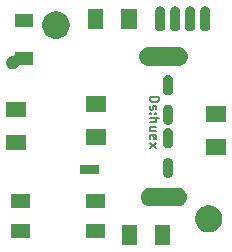
<source format=gbr>
G04 #@! TF.GenerationSoftware,KiCad,Pcbnew,(5.0.2)-1*
G04 #@! TF.CreationDate,2019-08-16T13:34:43+08:00*
G04 #@! TF.ProjectId,IRMQTT,49524d51-5454-42e6-9b69-6361645f7063,rev?*
G04 #@! TF.SameCoordinates,Original*
G04 #@! TF.FileFunction,Soldermask,Top*
G04 #@! TF.FilePolarity,Negative*
%FSLAX46Y46*%
G04 Gerber Fmt 4.6, Leading zero omitted, Abs format (unit mm)*
G04 Created by KiCad (PCBNEW (5.0.2)-1) date 2019-08-16 13:34:43*
%MOMM*%
%LPD*%
G01*
G04 APERTURE LIST*
%ADD10C,0.150000*%
%ADD11C,0.100000*%
G04 APERTURE END LIST*
D10*
X75391055Y-53961294D02*
X76191055Y-53961294D01*
X76191055Y-54151770D01*
X76152960Y-54266056D01*
X76076769Y-54342246D01*
X76000579Y-54380341D01*
X75848198Y-54418437D01*
X75733912Y-54418437D01*
X75581531Y-54380341D01*
X75505340Y-54342246D01*
X75429150Y-54266056D01*
X75391055Y-54151770D01*
X75391055Y-53961294D01*
X75429150Y-54723199D02*
X75391055Y-54799389D01*
X75391055Y-54951770D01*
X75429150Y-55027960D01*
X75505340Y-55066056D01*
X75543436Y-55066056D01*
X75619626Y-55027960D01*
X75657721Y-54951770D01*
X75657721Y-54837484D01*
X75695817Y-54761294D01*
X75772007Y-54723199D01*
X75810102Y-54723199D01*
X75886293Y-54761294D01*
X75924388Y-54837484D01*
X75924388Y-54951770D01*
X75886293Y-55027960D01*
X75467245Y-55408913D02*
X75429150Y-55447008D01*
X75391055Y-55408913D01*
X75429150Y-55370818D01*
X75467245Y-55408913D01*
X75391055Y-55408913D01*
X75886293Y-55408913D02*
X75848198Y-55447008D01*
X75810102Y-55408913D01*
X75848198Y-55370818D01*
X75886293Y-55408913D01*
X75810102Y-55408913D01*
X75391055Y-55789865D02*
X76191055Y-55789865D01*
X75391055Y-56132722D02*
X75810102Y-56132722D01*
X75886293Y-56094627D01*
X75924388Y-56018437D01*
X75924388Y-55904151D01*
X75886293Y-55827960D01*
X75848198Y-55789865D01*
X75924388Y-56856532D02*
X75391055Y-56856532D01*
X75924388Y-56513675D02*
X75505340Y-56513675D01*
X75429150Y-56551770D01*
X75391055Y-56627960D01*
X75391055Y-56742246D01*
X75429150Y-56818437D01*
X75467245Y-56856532D01*
X75429150Y-57542246D02*
X75391055Y-57466056D01*
X75391055Y-57313675D01*
X75429150Y-57237484D01*
X75505340Y-57199389D01*
X75810102Y-57199389D01*
X75886293Y-57237484D01*
X75924388Y-57313675D01*
X75924388Y-57466056D01*
X75886293Y-57542246D01*
X75810102Y-57580341D01*
X75733912Y-57580341D01*
X75657721Y-57199389D01*
X75391055Y-57847008D02*
X75924388Y-58266056D01*
X75924388Y-57847008D02*
X75391055Y-58266056D01*
D11*
G36*
X77136400Y-66550640D02*
X75834400Y-66550640D01*
X75834400Y-64848640D01*
X77136400Y-64848640D01*
X77136400Y-66550640D01*
X77136400Y-66550640D01*
G37*
G36*
X74336400Y-66550640D02*
X73034400Y-66550640D01*
X73034400Y-64848640D01*
X74336400Y-64848640D01*
X74336400Y-66550640D01*
X74336400Y-66550640D01*
G37*
G36*
X71571280Y-65957740D02*
X69969280Y-65957740D01*
X69969280Y-64755740D01*
X71571280Y-64755740D01*
X71571280Y-65957740D01*
X71571280Y-65957740D01*
G37*
G36*
X65271280Y-65957740D02*
X63669280Y-65957740D01*
X63669280Y-64755740D01*
X65271280Y-64755740D01*
X65271280Y-65957740D01*
X65271280Y-65957740D01*
G37*
G36*
X80703874Y-63188252D02*
X80913342Y-63275016D01*
X81101863Y-63400982D01*
X81262178Y-63561297D01*
X81388144Y-63749818D01*
X81474908Y-63959286D01*
X81519140Y-64181655D01*
X81519140Y-64408385D01*
X81474908Y-64630754D01*
X81388144Y-64840222D01*
X81262178Y-65028743D01*
X81101863Y-65189058D01*
X80913342Y-65315024D01*
X80703874Y-65401788D01*
X80481505Y-65446020D01*
X80254775Y-65446020D01*
X80032406Y-65401788D01*
X79822938Y-65315024D01*
X79634417Y-65189058D01*
X79474102Y-65028743D01*
X79348136Y-64840222D01*
X79261372Y-64630754D01*
X79217140Y-64408385D01*
X79217140Y-64181655D01*
X79261372Y-63959286D01*
X79348136Y-63749818D01*
X79474102Y-63561297D01*
X79634417Y-63400982D01*
X79822938Y-63275016D01*
X80032406Y-63188252D01*
X80254775Y-63144020D01*
X80481505Y-63144020D01*
X80703874Y-63188252D01*
X80703874Y-63188252D01*
G37*
G36*
X65271280Y-63417740D02*
X63669280Y-63417740D01*
X63669280Y-62215740D01*
X65271280Y-62215740D01*
X65271280Y-63417740D01*
X65271280Y-63417740D01*
G37*
G36*
X71571280Y-63417740D02*
X69969280Y-63417740D01*
X69969280Y-62215740D01*
X71571280Y-62215740D01*
X71571280Y-63417740D01*
X71571280Y-63417740D01*
G37*
G36*
X77892565Y-61663350D02*
X78043552Y-61709152D01*
X78182705Y-61783530D01*
X78304673Y-61883627D01*
X78404770Y-62005595D01*
X78479148Y-62144748D01*
X78524950Y-62295735D01*
X78540415Y-62452760D01*
X78524950Y-62609785D01*
X78479148Y-62760772D01*
X78404770Y-62899925D01*
X78304673Y-63021893D01*
X78182705Y-63121990D01*
X78043552Y-63196368D01*
X77892565Y-63242170D01*
X77774886Y-63253760D01*
X75396194Y-63253760D01*
X75278515Y-63242170D01*
X75127528Y-63196368D01*
X74988375Y-63121990D01*
X74866407Y-63021893D01*
X74766310Y-62899925D01*
X74691932Y-62760772D01*
X74646130Y-62609785D01*
X74630665Y-62452760D01*
X74646130Y-62295735D01*
X74691932Y-62144748D01*
X74766310Y-62005595D01*
X74866407Y-61883627D01*
X74988375Y-61783530D01*
X75127528Y-61709152D01*
X75278515Y-61663350D01*
X75396194Y-61651760D01*
X77774886Y-61651760D01*
X77892565Y-61663350D01*
X77892565Y-61663350D01*
G37*
G36*
X77017393Y-59129125D02*
X77092436Y-59151890D01*
X77102405Y-59154914D01*
X77180754Y-59196793D01*
X77249428Y-59253152D01*
X77305787Y-59321826D01*
X77347666Y-59400175D01*
X77347667Y-59400179D01*
X77373455Y-59485187D01*
X77379980Y-59551442D01*
X77379980Y-60395758D01*
X77373455Y-60462013D01*
X77350690Y-60537056D01*
X77347666Y-60547025D01*
X77305787Y-60625374D01*
X77249430Y-60694046D01*
X77249426Y-60694050D01*
X77180757Y-60750405D01*
X77180753Y-60750407D01*
X77102404Y-60792286D01*
X77092435Y-60795310D01*
X77017392Y-60818075D01*
X76928980Y-60826782D01*
X76840567Y-60818075D01*
X76765524Y-60795310D01*
X76755555Y-60792286D01*
X76677206Y-60750407D01*
X76608532Y-60694048D01*
X76608530Y-60694046D01*
X76552175Y-60625377D01*
X76547644Y-60616899D01*
X76510294Y-60547024D01*
X76507270Y-60537055D01*
X76484505Y-60462012D01*
X76477980Y-60395757D01*
X76477980Y-59551442D01*
X76484505Y-59485189D01*
X76510294Y-59400178D01*
X76510295Y-59400175D01*
X76552174Y-59321826D01*
X76608533Y-59253152D01*
X76677207Y-59196793D01*
X76755556Y-59154914D01*
X76765525Y-59151890D01*
X76840568Y-59129125D01*
X76928980Y-59120418D01*
X77017393Y-59129125D01*
X77017393Y-59129125D01*
G37*
G36*
X71047640Y-60480020D02*
X69495640Y-60480020D01*
X69495640Y-59728020D01*
X71047640Y-59728020D01*
X71047640Y-60480020D01*
X71047640Y-60480020D01*
G37*
G36*
X81854140Y-58881420D02*
X80152140Y-58881420D01*
X80152140Y-57579420D01*
X81854140Y-57579420D01*
X81854140Y-58881420D01*
X81854140Y-58881420D01*
G37*
G36*
X64927580Y-58471560D02*
X63225580Y-58471560D01*
X63225580Y-57169560D01*
X64927580Y-57169560D01*
X64927580Y-58471560D01*
X64927580Y-58471560D01*
G37*
G36*
X77017393Y-56629125D02*
X77092436Y-56651890D01*
X77102405Y-56654914D01*
X77180754Y-56696793D01*
X77249428Y-56753152D01*
X77305787Y-56821826D01*
X77347666Y-56900175D01*
X77347667Y-56900179D01*
X77373455Y-56985187D01*
X77379980Y-57051442D01*
X77379980Y-57895758D01*
X77373455Y-57962013D01*
X77351411Y-58034680D01*
X77347666Y-58047025D01*
X77305787Y-58125374D01*
X77249430Y-58194046D01*
X77249426Y-58194050D01*
X77180757Y-58250405D01*
X77180753Y-58250407D01*
X77102404Y-58292286D01*
X77092435Y-58295310D01*
X77017392Y-58318075D01*
X76928980Y-58326782D01*
X76840567Y-58318075D01*
X76765524Y-58295310D01*
X76755555Y-58292286D01*
X76677206Y-58250407D01*
X76608532Y-58194048D01*
X76608530Y-58194046D01*
X76552175Y-58125377D01*
X76547644Y-58116899D01*
X76510294Y-58047024D01*
X76506550Y-58034680D01*
X76484505Y-57962012D01*
X76477980Y-57895757D01*
X76477980Y-57051442D01*
X76484505Y-56985189D01*
X76510294Y-56900178D01*
X76510295Y-56900175D01*
X76552174Y-56821826D01*
X76608533Y-56753152D01*
X76677207Y-56696793D01*
X76755556Y-56654914D01*
X76765525Y-56651890D01*
X76840568Y-56629125D01*
X76928980Y-56620418D01*
X77017393Y-56629125D01*
X77017393Y-56629125D01*
G37*
G36*
X71683980Y-58034680D02*
X69981980Y-58034680D01*
X69981980Y-56732680D01*
X71683980Y-56732680D01*
X71683980Y-58034680D01*
X71683980Y-58034680D01*
G37*
G36*
X77017393Y-54629125D02*
X77092436Y-54651890D01*
X77102405Y-54654914D01*
X77180754Y-54696793D01*
X77249428Y-54753152D01*
X77305787Y-54821826D01*
X77347666Y-54900175D01*
X77347667Y-54900179D01*
X77373455Y-54985187D01*
X77379980Y-55051442D01*
X77379980Y-55895758D01*
X77373455Y-55962013D01*
X77350690Y-56037056D01*
X77347666Y-56047025D01*
X77305787Y-56125374D01*
X77249430Y-56194046D01*
X77249426Y-56194050D01*
X77180757Y-56250405D01*
X77180753Y-56250407D01*
X77102404Y-56292286D01*
X77092435Y-56295310D01*
X77017392Y-56318075D01*
X76928980Y-56326782D01*
X76840567Y-56318075D01*
X76765524Y-56295310D01*
X76755555Y-56292286D01*
X76677206Y-56250407D01*
X76608532Y-56194048D01*
X76608530Y-56194046D01*
X76552175Y-56125377D01*
X76547644Y-56116899D01*
X76510294Y-56047024D01*
X76507270Y-56037055D01*
X76484505Y-55962012D01*
X76477980Y-55895757D01*
X76477980Y-55051442D01*
X76484505Y-54985189D01*
X76510294Y-54900178D01*
X76510295Y-54900175D01*
X76552174Y-54821826D01*
X76608533Y-54753152D01*
X76677207Y-54696793D01*
X76755556Y-54654914D01*
X76765525Y-54651890D01*
X76840568Y-54629125D01*
X76928980Y-54620418D01*
X77017393Y-54629125D01*
X77017393Y-54629125D01*
G37*
G36*
X81854140Y-56081420D02*
X80152140Y-56081420D01*
X80152140Y-54779420D01*
X81854140Y-54779420D01*
X81854140Y-56081420D01*
X81854140Y-56081420D01*
G37*
G36*
X64927580Y-55671560D02*
X63225580Y-55671560D01*
X63225580Y-54369560D01*
X64927580Y-54369560D01*
X64927580Y-55671560D01*
X64927580Y-55671560D01*
G37*
G36*
X71683980Y-55234680D02*
X69981980Y-55234680D01*
X69981980Y-53932680D01*
X71683980Y-53932680D01*
X71683980Y-55234680D01*
X71683980Y-55234680D01*
G37*
G36*
X77017393Y-52129125D02*
X77092436Y-52151890D01*
X77102405Y-52154914D01*
X77180754Y-52196793D01*
X77249428Y-52253152D01*
X77305787Y-52321826D01*
X77347666Y-52400175D01*
X77347667Y-52400179D01*
X77373455Y-52485187D01*
X77379980Y-52551442D01*
X77379980Y-53395758D01*
X77373455Y-53462013D01*
X77350690Y-53537056D01*
X77347666Y-53547025D01*
X77305787Y-53625374D01*
X77249430Y-53694046D01*
X77249426Y-53694050D01*
X77180757Y-53750405D01*
X77180753Y-53750407D01*
X77102404Y-53792286D01*
X77092435Y-53795310D01*
X77017392Y-53818075D01*
X76928980Y-53826782D01*
X76840567Y-53818075D01*
X76765524Y-53795310D01*
X76755555Y-53792286D01*
X76677206Y-53750407D01*
X76608532Y-53694048D01*
X76608530Y-53694046D01*
X76552175Y-53625377D01*
X76547644Y-53616899D01*
X76510294Y-53547024D01*
X76507270Y-53537055D01*
X76484505Y-53462012D01*
X76477980Y-53395757D01*
X76477980Y-52551442D01*
X76484505Y-52485189D01*
X76510294Y-52400178D01*
X76510295Y-52400175D01*
X76552174Y-52321826D01*
X76608533Y-52253152D01*
X76677207Y-52196793D01*
X76755556Y-52154914D01*
X76765525Y-52151890D01*
X76840568Y-52129125D01*
X76928980Y-52120418D01*
X77017393Y-52129125D01*
X77017393Y-52129125D01*
G37*
G36*
X65540520Y-51279880D02*
X64380335Y-51279880D01*
X64355949Y-51282282D01*
X64332500Y-51289395D01*
X64310889Y-51300946D01*
X64291947Y-51316492D01*
X64270099Y-51345949D01*
X64252636Y-51378620D01*
X64183781Y-51462521D01*
X64099880Y-51531376D01*
X64004159Y-51582541D01*
X63900295Y-51614047D01*
X63819347Y-51622020D01*
X63765213Y-51622020D01*
X63684265Y-51614047D01*
X63580401Y-51582541D01*
X63484680Y-51531376D01*
X63400779Y-51462521D01*
X63331924Y-51378620D01*
X63280759Y-51282899D01*
X63249253Y-51179035D01*
X63238614Y-51071020D01*
X63249253Y-50963005D01*
X63280759Y-50859141D01*
X63331924Y-50763420D01*
X63400779Y-50679519D01*
X63484680Y-50610664D01*
X63580401Y-50559499D01*
X63684265Y-50527993D01*
X63765213Y-50520020D01*
X63813520Y-50520020D01*
X63837906Y-50517618D01*
X63861355Y-50510505D01*
X63882966Y-50498954D01*
X63901908Y-50483408D01*
X63917454Y-50464466D01*
X63929005Y-50442855D01*
X63936118Y-50419406D01*
X63938520Y-50395020D01*
X63938520Y-50177880D01*
X65540520Y-50177880D01*
X65540520Y-51279880D01*
X65540520Y-51279880D01*
G37*
G36*
X77957005Y-49768530D02*
X78107992Y-49814332D01*
X78247145Y-49888710D01*
X78369113Y-49988807D01*
X78469210Y-50110775D01*
X78543588Y-50249928D01*
X78589390Y-50400915D01*
X78604855Y-50557940D01*
X78589390Y-50714965D01*
X78543588Y-50865952D01*
X78469210Y-51005105D01*
X78369113Y-51127073D01*
X78247145Y-51227170D01*
X78107992Y-51301548D01*
X77957005Y-51347350D01*
X77839326Y-51358940D01*
X75260634Y-51358940D01*
X75142955Y-51347350D01*
X74991968Y-51301548D01*
X74852815Y-51227170D01*
X74730847Y-51127073D01*
X74630750Y-51005105D01*
X74556372Y-50865952D01*
X74510570Y-50714965D01*
X74495105Y-50557940D01*
X74510570Y-50400915D01*
X74556372Y-50249928D01*
X74630750Y-50110775D01*
X74730847Y-49988807D01*
X74852815Y-49888710D01*
X74991968Y-49814332D01*
X75142955Y-49768530D01*
X75260634Y-49756940D01*
X77839326Y-49756940D01*
X77957005Y-49768530D01*
X77957005Y-49768530D01*
G37*
G36*
X67787974Y-46784932D02*
X67997442Y-46871696D01*
X68185963Y-46997662D01*
X68346278Y-47157977D01*
X68472244Y-47346498D01*
X68559008Y-47555966D01*
X68603240Y-47778335D01*
X68603240Y-48005065D01*
X68559008Y-48227434D01*
X68472244Y-48436902D01*
X68346278Y-48625423D01*
X68185963Y-48785738D01*
X67997442Y-48911704D01*
X67787974Y-48998468D01*
X67565605Y-49042700D01*
X67338875Y-49042700D01*
X67116506Y-48998468D01*
X66907038Y-48911704D01*
X66718517Y-48785738D01*
X66558202Y-48625423D01*
X66432236Y-48436902D01*
X66345472Y-48227434D01*
X66301240Y-48005065D01*
X66301240Y-47778335D01*
X66345472Y-47555966D01*
X66432236Y-47346498D01*
X66558202Y-47157977D01*
X66718517Y-46997662D01*
X66907038Y-46871696D01*
X67116506Y-46784932D01*
X67338875Y-46740700D01*
X67565605Y-46740700D01*
X67787974Y-46784932D01*
X67787974Y-46784932D01*
G37*
G36*
X76346832Y-46311285D02*
X76421875Y-46334050D01*
X76431844Y-46337074D01*
X76501719Y-46374424D01*
X76510197Y-46378955D01*
X76578866Y-46435310D01*
X76578868Y-46435312D01*
X76635227Y-46503986D01*
X76677106Y-46582335D01*
X76680130Y-46592304D01*
X76702895Y-46667347D01*
X76709420Y-46733602D01*
X76709420Y-47977918D01*
X76702895Y-48044173D01*
X76680130Y-48119216D01*
X76677106Y-48129185D01*
X76635227Y-48207534D01*
X76578868Y-48276208D01*
X76510194Y-48332567D01*
X76431845Y-48374446D01*
X76421876Y-48377470D01*
X76346833Y-48400235D01*
X76258420Y-48408942D01*
X76170008Y-48400235D01*
X76094965Y-48377470D01*
X76084996Y-48374446D01*
X76006647Y-48332567D01*
X75937973Y-48276208D01*
X75881614Y-48207534D01*
X75839735Y-48129185D01*
X75836711Y-48119216D01*
X75813946Y-48044173D01*
X75807421Y-47977918D01*
X75807420Y-46733603D01*
X75813945Y-46667348D01*
X75839733Y-46582340D01*
X75839734Y-46582336D01*
X75881613Y-46503987D01*
X75881615Y-46503983D01*
X75937970Y-46435314D01*
X75937975Y-46435310D01*
X76006646Y-46378953D01*
X76084995Y-46337074D01*
X76094964Y-46334050D01*
X76170007Y-46311285D01*
X76258420Y-46302578D01*
X76346832Y-46311285D01*
X76346832Y-46311285D01*
G37*
G36*
X77616832Y-46311285D02*
X77691875Y-46334050D01*
X77701844Y-46337074D01*
X77771719Y-46374424D01*
X77780197Y-46378955D01*
X77848866Y-46435310D01*
X77848868Y-46435312D01*
X77905227Y-46503986D01*
X77947106Y-46582335D01*
X77950130Y-46592304D01*
X77972895Y-46667347D01*
X77979420Y-46733602D01*
X77979420Y-47977918D01*
X77972895Y-48044173D01*
X77950130Y-48119216D01*
X77947106Y-48129185D01*
X77905227Y-48207534D01*
X77848868Y-48276208D01*
X77780194Y-48332567D01*
X77701845Y-48374446D01*
X77691876Y-48377470D01*
X77616833Y-48400235D01*
X77528420Y-48408942D01*
X77440008Y-48400235D01*
X77364965Y-48377470D01*
X77354996Y-48374446D01*
X77276647Y-48332567D01*
X77207973Y-48276208D01*
X77151614Y-48207534D01*
X77109735Y-48129185D01*
X77106711Y-48119216D01*
X77083946Y-48044173D01*
X77077421Y-47977918D01*
X77077420Y-46733603D01*
X77083945Y-46667348D01*
X77109733Y-46582340D01*
X77109734Y-46582336D01*
X77151613Y-46503987D01*
X77151615Y-46503983D01*
X77207970Y-46435314D01*
X77207975Y-46435310D01*
X77276646Y-46378953D01*
X77354995Y-46337074D01*
X77364964Y-46334050D01*
X77440007Y-46311285D01*
X77528420Y-46302578D01*
X77616832Y-46311285D01*
X77616832Y-46311285D01*
G37*
G36*
X78886832Y-46311285D02*
X78961875Y-46334050D01*
X78971844Y-46337074D01*
X79041719Y-46374424D01*
X79050197Y-46378955D01*
X79118866Y-46435310D01*
X79118868Y-46435312D01*
X79175227Y-46503986D01*
X79217106Y-46582335D01*
X79220130Y-46592304D01*
X79242895Y-46667347D01*
X79249420Y-46733602D01*
X79249420Y-47977918D01*
X79242895Y-48044173D01*
X79220130Y-48119216D01*
X79217106Y-48129185D01*
X79175227Y-48207534D01*
X79118868Y-48276208D01*
X79050194Y-48332567D01*
X78971845Y-48374446D01*
X78961876Y-48377470D01*
X78886833Y-48400235D01*
X78798420Y-48408942D01*
X78710008Y-48400235D01*
X78634965Y-48377470D01*
X78624996Y-48374446D01*
X78546647Y-48332567D01*
X78477973Y-48276208D01*
X78421614Y-48207534D01*
X78379735Y-48129185D01*
X78376711Y-48119216D01*
X78353946Y-48044173D01*
X78347421Y-47977918D01*
X78347420Y-46733603D01*
X78353945Y-46667348D01*
X78379733Y-46582340D01*
X78379734Y-46582336D01*
X78421613Y-46503987D01*
X78421615Y-46503983D01*
X78477970Y-46435314D01*
X78477975Y-46435310D01*
X78546646Y-46378953D01*
X78624995Y-46337074D01*
X78634964Y-46334050D01*
X78710007Y-46311285D01*
X78798420Y-46302578D01*
X78886832Y-46311285D01*
X78886832Y-46311285D01*
G37*
G36*
X80156832Y-46311285D02*
X80231875Y-46334050D01*
X80241844Y-46337074D01*
X80311719Y-46374424D01*
X80320197Y-46378955D01*
X80388866Y-46435310D01*
X80388868Y-46435312D01*
X80445227Y-46503986D01*
X80487106Y-46582335D01*
X80490130Y-46592304D01*
X80512895Y-46667347D01*
X80519420Y-46733602D01*
X80519420Y-47977918D01*
X80512895Y-48044173D01*
X80490130Y-48119216D01*
X80487106Y-48129185D01*
X80445227Y-48207534D01*
X80388868Y-48276208D01*
X80320194Y-48332567D01*
X80241845Y-48374446D01*
X80231876Y-48377470D01*
X80156833Y-48400235D01*
X80068420Y-48408942D01*
X79980008Y-48400235D01*
X79904965Y-48377470D01*
X79894996Y-48374446D01*
X79816647Y-48332567D01*
X79747973Y-48276208D01*
X79691614Y-48207534D01*
X79649735Y-48129185D01*
X79646711Y-48119216D01*
X79623946Y-48044173D01*
X79617421Y-47977918D01*
X79617420Y-46733603D01*
X79623945Y-46667348D01*
X79649733Y-46582340D01*
X79649734Y-46582336D01*
X79691613Y-46503987D01*
X79691615Y-46503983D01*
X79747970Y-46435314D01*
X79747975Y-46435310D01*
X79816646Y-46378953D01*
X79894995Y-46337074D01*
X79904964Y-46334050D01*
X79980007Y-46311285D01*
X80068420Y-46302578D01*
X80156832Y-46311285D01*
X80156832Y-46311285D01*
G37*
G36*
X74268740Y-48237240D02*
X72966740Y-48237240D01*
X72966740Y-46535240D01*
X74268740Y-46535240D01*
X74268740Y-48237240D01*
X74268740Y-48237240D01*
G37*
G36*
X71468740Y-48237240D02*
X70166740Y-48237240D01*
X70166740Y-46535240D01*
X71468740Y-46535240D01*
X71468740Y-48237240D01*
X71468740Y-48237240D01*
G37*
G36*
X65540520Y-48079880D02*
X63938520Y-48079880D01*
X63938520Y-46977880D01*
X65540520Y-46977880D01*
X65540520Y-48079880D01*
X65540520Y-48079880D01*
G37*
M02*

</source>
